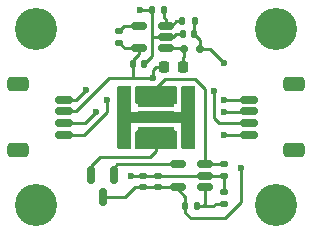
<source format=gtl>
%TF.GenerationSoftware,KiCad,Pcbnew,7.0.10-7.0.10~ubuntu22.04.1*%
%TF.CreationDate,2024-06-21T11:37:20-07:00*%
%TF.ProjectId,278nm_ELUC3535NUB_16mA,3237386e-6d5f-4454-9c55-43333533354e,rev?*%
%TF.SameCoordinates,Original*%
%TF.FileFunction,Copper,L1,Top*%
%TF.FilePolarity,Positive*%
%FSLAX46Y46*%
G04 Gerber Fmt 4.6, Leading zero omitted, Abs format (unit mm)*
G04 Created by KiCad (PCBNEW 7.0.10-7.0.10~ubuntu22.04.1) date 2024-06-21 11:37:20*
%MOMM*%
%LPD*%
G01*
G04 APERTURE LIST*
G04 Aperture macros list*
%AMRoundRect*
0 Rectangle with rounded corners*
0 $1 Rounding radius*
0 $2 $3 $4 $5 $6 $7 $8 $9 X,Y pos of 4 corners*
0 Add a 4 corners polygon primitive as box body*
4,1,4,$2,$3,$4,$5,$6,$7,$8,$9,$2,$3,0*
0 Add four circle primitives for the rounded corners*
1,1,$1+$1,$2,$3*
1,1,$1+$1,$4,$5*
1,1,$1+$1,$6,$7*
1,1,$1+$1,$8,$9*
0 Add four rect primitives between the rounded corners*
20,1,$1+$1,$2,$3,$4,$5,0*
20,1,$1+$1,$4,$5,$6,$7,0*
20,1,$1+$1,$6,$7,$8,$9,0*
20,1,$1+$1,$8,$9,$2,$3,0*%
G04 Aperture macros list end*
%TA.AperFunction,ComponentPad*%
%ADD10C,3.570000*%
%TD*%
%TA.AperFunction,SMDPad,CuDef*%
%ADD11R,3.100000X0.660000*%
%TD*%
%TA.AperFunction,SMDPad,CuDef*%
%ADD12R,3.100000X1.000000*%
%TD*%
%TA.AperFunction,SMDPad,CuDef*%
%ADD13RoundRect,0.150000X-0.625000X0.150000X-0.625000X-0.150000X0.625000X-0.150000X0.625000X0.150000X0*%
%TD*%
%TA.AperFunction,SMDPad,CuDef*%
%ADD14RoundRect,0.250000X-0.650000X0.350000X-0.650000X-0.350000X0.650000X-0.350000X0.650000X0.350000X0*%
%TD*%
%TA.AperFunction,SMDPad,CuDef*%
%ADD15RoundRect,0.150000X0.625000X-0.150000X0.625000X0.150000X-0.625000X0.150000X-0.625000X-0.150000X0*%
%TD*%
%TA.AperFunction,SMDPad,CuDef*%
%ADD16RoundRect,0.250000X0.650000X-0.350000X0.650000X0.350000X-0.650000X0.350000X-0.650000X-0.350000X0*%
%TD*%
%TA.AperFunction,SMDPad,CuDef*%
%ADD17RoundRect,0.135000X-0.185000X0.135000X-0.185000X-0.135000X0.185000X-0.135000X0.185000X0.135000X0*%
%TD*%
%TA.AperFunction,SMDPad,CuDef*%
%ADD18RoundRect,0.135000X0.135000X0.185000X-0.135000X0.185000X-0.135000X-0.185000X0.135000X-0.185000X0*%
%TD*%
%TA.AperFunction,SMDPad,CuDef*%
%ADD19RoundRect,0.135000X0.185000X-0.135000X0.185000X0.135000X-0.185000X0.135000X-0.185000X-0.135000X0*%
%TD*%
%TA.AperFunction,SMDPad,CuDef*%
%ADD20RoundRect,0.150000X0.512500X0.150000X-0.512500X0.150000X-0.512500X-0.150000X0.512500X-0.150000X0*%
%TD*%
%TA.AperFunction,SMDPad,CuDef*%
%ADD21RoundRect,0.140000X0.170000X-0.140000X0.170000X0.140000X-0.170000X0.140000X-0.170000X-0.140000X0*%
%TD*%
%TA.AperFunction,SMDPad,CuDef*%
%ADD22RoundRect,0.218750X-0.218750X-0.256250X0.218750X-0.256250X0.218750X0.256250X-0.218750X0.256250X0*%
%TD*%
%TA.AperFunction,SMDPad,CuDef*%
%ADD23RoundRect,0.135000X-0.135000X-0.185000X0.135000X-0.185000X0.135000X0.185000X-0.135000X0.185000X0*%
%TD*%
%TA.AperFunction,SMDPad,CuDef*%
%ADD24RoundRect,0.150000X-0.150000X-0.200000X0.150000X-0.200000X0.150000X0.200000X-0.150000X0.200000X0*%
%TD*%
%TA.AperFunction,SMDPad,CuDef*%
%ADD25RoundRect,0.140000X0.140000X0.170000X-0.140000X0.170000X-0.140000X-0.170000X0.140000X-0.170000X0*%
%TD*%
%TA.AperFunction,SMDPad,CuDef*%
%ADD26RoundRect,0.140000X-0.140000X-0.170000X0.140000X-0.170000X0.140000X0.170000X-0.140000X0.170000X0*%
%TD*%
%TA.AperFunction,SMDPad,CuDef*%
%ADD27RoundRect,0.150000X-0.150000X0.587500X-0.150000X-0.587500X0.150000X-0.587500X0.150000X0.587500X0*%
%TD*%
%TA.AperFunction,ViaPad*%
%ADD28C,0.600000*%
%TD*%
%TA.AperFunction,Conductor*%
%ADD29C,0.250000*%
%TD*%
G04 APERTURE END LIST*
D10*
%TO.P,M1,~*%
%TO.N,N/C*%
X52540000Y-52540000D03*
%TD*%
%TO.P,M2,~*%
%TO.N,N/C*%
X72860000Y-52540000D03*
%TD*%
%TO.P,M3,~*%
%TO.N,N/C*%
X72860000Y-67460000D03*
%TD*%
%TO.P,M4,~*%
%TO.N,N/C*%
X52540000Y-67460000D03*
%TD*%
D11*
%TO.P,D1,1,K*%
%TO.N,Net-(D1-K)*%
X62700000Y-58806000D03*
%TO.P,D1,2,A*%
%TO.N,Net-(D1-A)*%
X62700000Y-61194000D03*
D12*
%TO.P,D1,3,PAD*%
%TO.N,unconnected-(D1-PAD-Pad3)*%
X62700000Y-60000000D03*
%TD*%
D13*
%TO.P,J1,1,Pin_1*%
%TO.N,GND*%
X54880000Y-58500000D03*
%TO.P,J1,2,Pin_2*%
%TO.N,/VIN*%
X54880000Y-59500000D03*
%TO.P,J1,3,Pin_3*%
%TO.N,/SDA*%
X54880000Y-60500000D03*
%TO.P,J1,4,Pin_4*%
%TO.N,/SCL*%
X54880000Y-61500000D03*
D14*
%TO.P,J1,MP*%
%TO.N,N/C*%
X51005000Y-57200000D03*
X51005000Y-62800000D03*
%TD*%
D15*
%TO.P,J2,1,Pin_1*%
%TO.N,GND*%
X70520000Y-61500000D03*
%TO.P,J2,2,Pin_2*%
%TO.N,/VIN*%
X70520000Y-60500000D03*
%TO.P,J2,3,Pin_3*%
%TO.N,/SDA*%
X70520000Y-59500000D03*
%TO.P,J2,4,Pin_4*%
%TO.N,/SCL*%
X70520000Y-58500000D03*
D16*
%TO.P,J2,MP*%
%TO.N,N/C*%
X74395000Y-62800000D03*
X74395000Y-57200000D03*
%TD*%
D17*
%TO.P,R1,1*%
%TO.N,Net-(D1-K)*%
X68427600Y-63982600D03*
%TO.P,R1,2*%
%TO.N,GND*%
X68427600Y-65002600D03*
%TD*%
D18*
%TO.P,R6,1*%
%TO.N,Net-(U1-FB)*%
X63349600Y-50876200D03*
%TO.P,R6,2*%
%TO.N,GND*%
X62329600Y-50876200D03*
%TD*%
D19*
%TO.P,R4,1*%
%TO.N,/VIN*%
X59563000Y-53674200D03*
%TO.P,R4,2*%
%TO.N,Net-(U1-~{SHDN})*%
X59563000Y-52654200D03*
%TD*%
D20*
%TO.P,U2,1,+*%
%TO.N,/Vset*%
X66795200Y-65881000D03*
%TO.P,U2,2,V-*%
%TO.N,GND*%
X66795200Y-64931000D03*
%TO.P,U2,3,-*%
%TO.N,Net-(D1-K)*%
X66795200Y-63981000D03*
%TO.P,U2,4*%
%TO.N,Net-(Q1-B)*%
X64520200Y-63981000D03*
%TO.P,U2,5,V+*%
%TO.N,/10V*%
X64520200Y-65881000D03*
%TD*%
D21*
%TO.P,C3,1*%
%TO.N,/10V*%
X62845200Y-65936000D03*
%TO.P,C3,2*%
%TO.N,GND*%
X62845200Y-64976000D03*
%TD*%
D19*
%TO.P,R3,1*%
%TO.N,/Vset*%
X68427600Y-67360800D03*
%TO.P,R3,2*%
%TO.N,GND*%
X68427600Y-66340800D03*
%TD*%
D22*
%TO.P,L1,1,1*%
%TO.N,/VIN*%
X63372900Y-55753000D03*
%TO.P,L1,2,2*%
%TO.N,Net-(D2-A)*%
X64947900Y-55753000D03*
%TD*%
D23*
%TO.P,R2,1*%
%TO.N,/10V*%
X65150200Y-67481000D03*
%TO.P,R2,2*%
%TO.N,/Vset*%
X66170200Y-67481000D03*
%TD*%
D24*
%TO.P,D2,1,K*%
%TO.N,/10V*%
X66450000Y-54200000D03*
%TO.P,D2,2,A*%
%TO.N,Net-(D2-A)*%
X65050000Y-54200000D03*
%TD*%
D25*
%TO.P,C1,1*%
%TO.N,GND*%
X61671200Y-55499000D03*
%TO.P,C1,2*%
%TO.N,/VIN*%
X60711200Y-55499000D03*
%TD*%
D21*
%TO.P,C4,1*%
%TO.N,/10V*%
X61620200Y-65941000D03*
%TO.P,C4,2*%
%TO.N,GND*%
X61620200Y-64981000D03*
%TD*%
D26*
%TO.P,C2,1*%
%TO.N,GND*%
X64945000Y-52925000D03*
%TO.P,C2,2*%
%TO.N,/10V*%
X65905000Y-52925000D03*
%TD*%
D27*
%TO.P,Q1,1,B*%
%TO.N,Net-(Q1-B)*%
X59105800Y-64897000D03*
%TO.P,Q1,2,E*%
%TO.N,Net-(D1-A)*%
X57205800Y-64897000D03*
%TO.P,Q1,3,C*%
%TO.N,/10V*%
X58155800Y-66772000D03*
%TD*%
D18*
%TO.P,R5,1*%
%TO.N,/10V*%
X65945000Y-51875000D03*
%TO.P,R5,2*%
%TO.N,Net-(U1-FB)*%
X64925000Y-51875000D03*
%TD*%
D20*
%TO.P,U1,1,SW*%
%TO.N,Net-(D2-A)*%
X63494000Y-54147800D03*
%TO.P,U1,2,GND*%
%TO.N,GND*%
X63494000Y-53197800D03*
%TO.P,U1,3,FB*%
%TO.N,Net-(U1-FB)*%
X63494000Y-52247800D03*
%TO.P,U1,4,~{SHDN}*%
%TO.N,Net-(U1-~{SHDN})*%
X61219000Y-52247800D03*
%TO.P,U1,5,IN*%
%TO.N,/VIN*%
X61219000Y-54147800D03*
%TD*%
D28*
%TO.N,GND*%
X60604400Y-64947800D03*
X56718200Y-57683400D03*
X61341000Y-50876200D03*
X68453000Y-61493400D03*
%TO.N,/VIN*%
X67564000Y-57758204D03*
X62433200Y-56642000D03*
%TO.N,/10V*%
X69900800Y-64312800D03*
X68478000Y-55397000D03*
%TO.N,/SCL*%
X68402200Y-58496200D03*
X58572400Y-58496200D03*
%TO.N,/SDA*%
X57632600Y-59537600D03*
X68472931Y-59517669D03*
%TD*%
D29*
%TO.N,GND*%
X62329600Y-54840600D02*
X61671200Y-55499000D01*
X68427600Y-65002600D02*
X68427600Y-66340800D01*
X64127200Y-53197800D02*
X64400000Y-52925000D01*
X60637600Y-64981000D02*
X61620200Y-64981000D01*
X62845200Y-64976000D02*
X61625200Y-64976000D01*
X68427600Y-65002600D02*
X67949000Y-65002600D01*
X70313400Y-61493400D02*
X70320000Y-61500000D01*
X62845200Y-64976000D02*
X63945200Y-64976000D01*
X67949000Y-65002600D02*
X67877400Y-64931000D01*
X68453000Y-61493400D02*
X70413400Y-61493400D01*
X62329600Y-53187600D02*
X62329600Y-54840600D01*
X62329600Y-50876200D02*
X62329600Y-53187600D01*
X70413400Y-61493400D02*
X70420000Y-61500000D01*
X70768400Y-61493400D02*
X70775000Y-61500000D01*
X62339800Y-53197800D02*
X62329600Y-53187600D01*
X70363400Y-61493400D02*
X70370000Y-61500000D01*
X63494000Y-53197800D02*
X64127200Y-53197800D01*
X66750200Y-64976000D02*
X66795200Y-64931000D01*
X55901600Y-58500000D02*
X54980000Y-58500000D01*
X67877400Y-64931000D02*
X66795200Y-64931000D01*
X64400000Y-52925000D02*
X64945000Y-52925000D01*
X56718200Y-57683400D02*
X55901600Y-58500000D01*
X63945200Y-64976000D02*
X66750200Y-64976000D01*
X61341000Y-50876200D02*
X62329600Y-50876200D01*
X60604400Y-64947800D02*
X60637600Y-64981000D01*
X61625200Y-64976000D02*
X61620200Y-64981000D01*
X63494000Y-53197800D02*
X62339800Y-53197800D01*
%TO.N,/VIN*%
X60036600Y-54147800D02*
X59563000Y-53674200D01*
X67564000Y-57758204D02*
X67564000Y-60045600D01*
X61219000Y-54605000D02*
X60711200Y-55112800D01*
X62407800Y-56667400D02*
X62433200Y-56642000D01*
X58724800Y-56667400D02*
X60706000Y-56667400D01*
X68018400Y-60500000D02*
X70420000Y-60500000D01*
X60706000Y-56667400D02*
X62407800Y-56667400D01*
X62687200Y-55753000D02*
X63372900Y-55753000D01*
X61219000Y-54147800D02*
X61219000Y-54605000D01*
X61219000Y-54147800D02*
X60036600Y-54147800D01*
X60711200Y-56662200D02*
X60706000Y-56667400D01*
X67564000Y-60045600D02*
X68018400Y-60500000D01*
X62433200Y-56007000D02*
X62433200Y-56642000D01*
X54880000Y-59500000D02*
X55892200Y-59500000D01*
X62687200Y-55753000D02*
X62433200Y-56007000D01*
X60711200Y-55499000D02*
X60711200Y-56662200D01*
X60711200Y-55112800D02*
X60711200Y-55499000D01*
X55892200Y-59500000D02*
X58724800Y-56667400D01*
%TO.N,/10V*%
X69900800Y-67183000D02*
X68554600Y-68529200D01*
X64520200Y-65881000D02*
X64520200Y-66081000D01*
X65905000Y-52925000D02*
X65905000Y-51915000D01*
X62840200Y-65941000D02*
X62845200Y-65936000D01*
X63545200Y-65936000D02*
X64465200Y-65936000D01*
X65608200Y-68554600D02*
X65150200Y-68096600D01*
X58155800Y-66772000D02*
X60050200Y-66772000D01*
X62845200Y-65936000D02*
X63545200Y-65936000D01*
X60881200Y-65941000D02*
X61620200Y-65941000D01*
X67281000Y-54200000D02*
X66450000Y-54200000D01*
X66450000Y-54200000D02*
X66450000Y-53470000D01*
X68478000Y-55397000D02*
X67281000Y-54200000D01*
X65150200Y-66711000D02*
X65150200Y-67481000D01*
X66450000Y-53470000D02*
X65905000Y-52925000D01*
X64520200Y-66081000D02*
X65150200Y-66711000D01*
X65150200Y-68096600D02*
X65150200Y-67481000D01*
X61620200Y-65941000D02*
X62840200Y-65941000D01*
X65633600Y-68529200D02*
X65608200Y-68554600D01*
X65905000Y-51915000D02*
X65945000Y-51875000D01*
X68554600Y-68529200D02*
X65633600Y-68529200D01*
X60050200Y-66772000D02*
X60881200Y-65941000D01*
X69900800Y-64312800D02*
X69900800Y-67183000D01*
X64465200Y-65936000D02*
X64520200Y-65881000D01*
%TO.N,/SCL*%
X70520000Y-58500000D02*
X68406000Y-58500000D01*
X56584600Y-61500000D02*
X54980000Y-61500000D01*
X68406000Y-58500000D02*
X68402200Y-58496200D01*
X58572400Y-58496200D02*
X58572400Y-59512200D01*
X70360000Y-58490000D02*
X70370000Y-58500000D01*
X58572400Y-59512200D02*
X56584600Y-61500000D01*
X70310000Y-58490000D02*
X70320000Y-58500000D01*
%TO.N,/SDA*%
X68472931Y-59517669D02*
X70402331Y-59517669D01*
X68472931Y-59517669D02*
X68490600Y-59500000D01*
X70402331Y-59517669D02*
X70420000Y-59500000D01*
X68472931Y-59517669D02*
X68455262Y-59500000D01*
X70352331Y-59517669D02*
X70370000Y-59500000D01*
X57632600Y-59537600D02*
X56670200Y-60500000D01*
X56670200Y-60500000D02*
X54980000Y-60500000D01*
%TO.N,Net-(D2-A)*%
X64947900Y-54947900D02*
X64947900Y-55753000D01*
X63494000Y-54147800D02*
X64997800Y-54147800D01*
X64940000Y-54940000D02*
X64947900Y-54947900D01*
X64997800Y-54147800D02*
X65050000Y-54200000D01*
X65050000Y-54200000D02*
X65050000Y-54830000D01*
X65050000Y-54830000D02*
X64940000Y-54940000D01*
%TO.N,Net-(D1-K)*%
X62700000Y-57485600D02*
X63416600Y-56769000D01*
X68426000Y-63981000D02*
X68427600Y-63982600D01*
X66795200Y-57600400D02*
X66795200Y-63981000D01*
X63416600Y-56769000D02*
X65963800Y-56769000D01*
X65963800Y-56769000D02*
X66795200Y-57600400D01*
X62700000Y-58575000D02*
X62700000Y-57485600D01*
X66795200Y-63981000D02*
X68426000Y-63981000D01*
%TO.N,Net-(D1-A)*%
X57205800Y-64897000D02*
X57205800Y-64104600D01*
X62700000Y-62852200D02*
X62700000Y-61425000D01*
X57912000Y-63398400D02*
X62153800Y-63398400D01*
X57205800Y-64104600D02*
X57912000Y-63398400D01*
X62153800Y-63398400D02*
X62700000Y-62852200D01*
%TO.N,Net-(Q1-B)*%
X59412200Y-63981000D02*
X64520200Y-63981000D01*
X59105800Y-64287400D02*
X59412200Y-63981000D01*
X59105800Y-64897000D02*
X59105800Y-64287400D01*
%TO.N,/Vset*%
X66795200Y-67346000D02*
X66660200Y-67481000D01*
X67716400Y-67360800D02*
X68427600Y-67360800D01*
X66795200Y-65881000D02*
X66795200Y-67196000D01*
X66522600Y-67481000D02*
X67596200Y-67481000D01*
X66522600Y-67481000D02*
X66170200Y-67481000D01*
X66795200Y-67196000D02*
X66795200Y-67346000D01*
X66660200Y-67481000D02*
X66522600Y-67481000D01*
X67596200Y-67481000D02*
X67716400Y-67360800D01*
%TO.N,Net-(U1-~{SHDN})*%
X59969400Y-52247800D02*
X61219000Y-52247800D01*
X59563000Y-52654200D02*
X59969400Y-52247800D01*
%TO.N,Net-(U1-FB)*%
X63349600Y-51564000D02*
X63349600Y-50876200D01*
X63494000Y-51708400D02*
X63349600Y-51564000D01*
X63494000Y-52247800D02*
X64027200Y-52247800D01*
X64027200Y-52247800D02*
X64400000Y-51875000D01*
X64400000Y-51875000D02*
X64925000Y-51875000D01*
X63494000Y-52247800D02*
X63494000Y-51708400D01*
%TD*%
%TA.AperFunction,Conductor*%
%TO.N,Net-(D1-A)*%
G36*
X64382839Y-61132085D02*
G01*
X64428594Y-61184889D01*
X64439800Y-61236400D01*
X64439800Y-62563200D01*
X64420115Y-62630239D01*
X64367311Y-62675994D01*
X64315800Y-62687200D01*
X61058600Y-62687200D01*
X60991561Y-62667515D01*
X60945806Y-62614711D01*
X60934600Y-62563200D01*
X60934600Y-61236400D01*
X60954285Y-61169361D01*
X61007089Y-61123606D01*
X61058600Y-61112400D01*
X64315800Y-61112400D01*
X64382839Y-61132085D01*
G37*
%TD.AperFunction*%
%TD*%
%TA.AperFunction,Conductor*%
%TO.N,Net-(D1-K)*%
G36*
X64382839Y-57372885D02*
G01*
X64428594Y-57425689D01*
X64439800Y-57477200D01*
X64439800Y-58727800D01*
X64420115Y-58794839D01*
X64367311Y-58840594D01*
X64315800Y-58851800D01*
X61058600Y-58851800D01*
X60991561Y-58832115D01*
X60945806Y-58779311D01*
X60934600Y-58727800D01*
X60934600Y-57477200D01*
X60954285Y-57410161D01*
X61007089Y-57364406D01*
X61058600Y-57353200D01*
X64315800Y-57353200D01*
X64382839Y-57372885D01*
G37*
%TD.AperFunction*%
%TD*%
%TA.AperFunction,Conductor*%
%TO.N,unconnected-(D1-PAD-Pad3)*%
G36*
X60547439Y-57372885D02*
G01*
X60593194Y-57425689D01*
X60604400Y-57477200D01*
X60604400Y-59512200D01*
X61140800Y-59512200D01*
X61207839Y-59531885D01*
X61253594Y-59584689D01*
X61264800Y-59636200D01*
X61264800Y-60378800D01*
X61245115Y-60445839D01*
X61192311Y-60491594D01*
X61140800Y-60502800D01*
X60604400Y-60502800D01*
X60604400Y-62537800D01*
X60584715Y-62604839D01*
X60531911Y-62650594D01*
X60480400Y-62661800D01*
X59534600Y-62661800D01*
X59467561Y-62642115D01*
X59421806Y-62589311D01*
X59410600Y-62537800D01*
X59410600Y-57477200D01*
X59430285Y-57410161D01*
X59483089Y-57364406D01*
X59534600Y-57353200D01*
X60480400Y-57353200D01*
X60547439Y-57372885D01*
G37*
%TD.AperFunction*%
%TD*%
%TA.AperFunction,Conductor*%
%TO.N,unconnected-(D1-PAD-Pad3)*%
G36*
X65957639Y-57372885D02*
G01*
X66003394Y-57425689D01*
X66014600Y-57477200D01*
X66014600Y-62537800D01*
X65994915Y-62604839D01*
X65942111Y-62650594D01*
X65890600Y-62661800D01*
X64919400Y-62661800D01*
X64852361Y-62642115D01*
X64806606Y-62589311D01*
X64795400Y-62537800D01*
X64795400Y-60502800D01*
X64106600Y-60502800D01*
X64039561Y-60483115D01*
X63993806Y-60430311D01*
X63982600Y-60378800D01*
X63982600Y-59636200D01*
X64002285Y-59569161D01*
X64055089Y-59523406D01*
X64106600Y-59512200D01*
X64770000Y-59512200D01*
X64770000Y-57477200D01*
X64789685Y-57410161D01*
X64842489Y-57364406D01*
X64894000Y-57353200D01*
X65890600Y-57353200D01*
X65957639Y-57372885D01*
G37*
%TD.AperFunction*%
%TD*%
M02*

</source>
